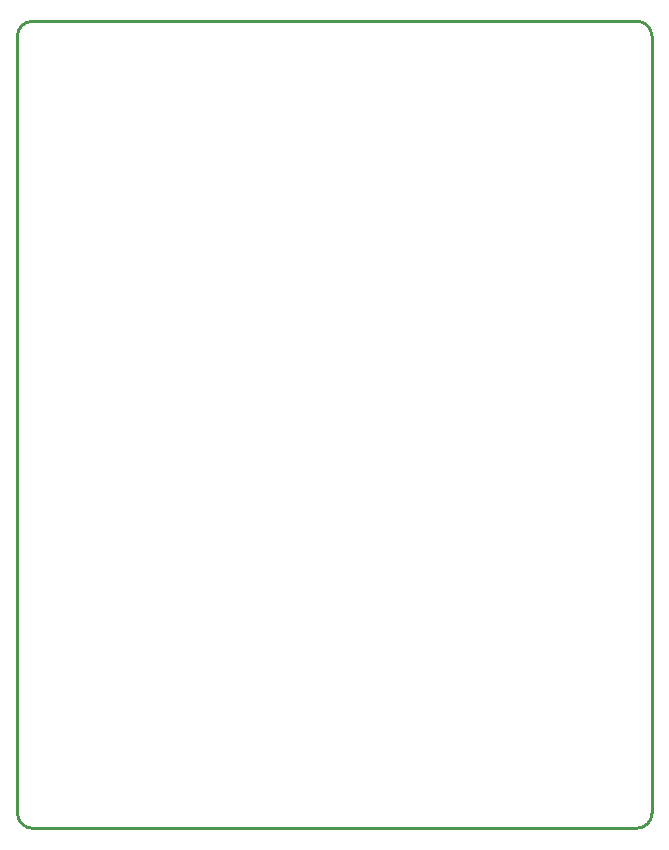
<source format=gko>
G04*
G04 #@! TF.GenerationSoftware,Altium Limited,Altium Designer,19.1.8 (144)*
G04*
G04 Layer_Color=16711935*
%FSLAX25Y25*%
%MOIN*%
G70*
G01*
G75*
%ADD11C,0.01000*%
D11*
X781000Y191000D02*
G03*
X786000Y186000I5000J0D01*
G01*
X987500D02*
G03*
X992500Y191000I0J5000D01*
G01*
Y450000D02*
G03*
X987500Y455000I-5000J0D01*
G01*
X786000D02*
G03*
X781000Y450000I0J-5000D01*
G01*
Y191000D02*
Y436500D01*
X786000Y186000D02*
X987500D01*
X992500Y191000D02*
Y450000D01*
X786000Y455000D02*
X987500D01*
X781000Y436500D02*
Y450000D01*
M02*

</source>
